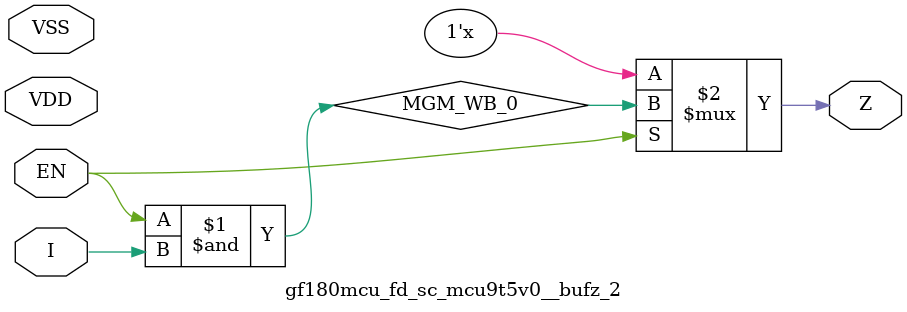
<source format=v>

module gf180mcu_fd_sc_mcu9t5v0__bufz_2( EN, I, Z, VDD, VSS );
input EN, I;
inout VDD, VSS;
output Z;

	wire MGM_WB_0;

	wire MGM_WB_1;

	and MGM_BG_0( MGM_WB_0, EN, I );

	not MGM_BG_1( MGM_WB_1, EN );

	bufif0 MGM_BG_2( Z, MGM_WB_0,MGM_WB_1 );

endmodule

</source>
